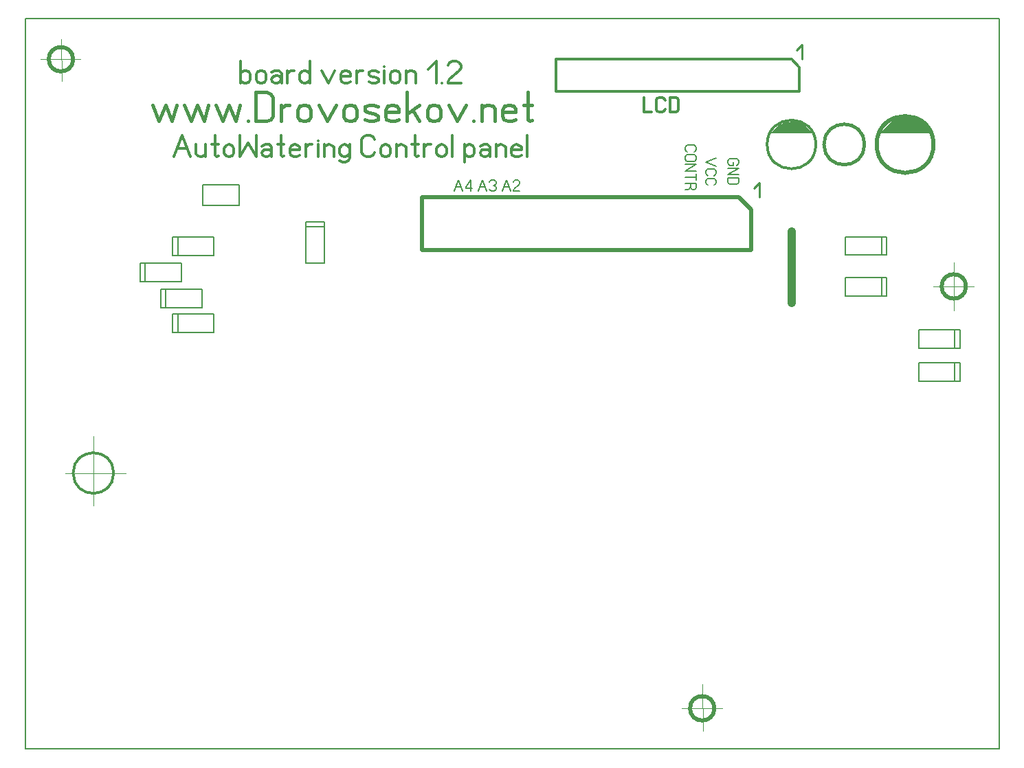
<source format=gto>
%FSLAX32Y32*%
%MOMM*%
%LNBESTUECKUNG1*%
G71*
G01*
%ADD10C, 0.20*%
%ADD11C, 0.52*%
%ADD12C, 0.38*%
%ADD13C, 0.50*%
%ADD14C, 0.54*%
%ADD15C, 0.22*%
%ADD16C, 0.11*%
%ADD17C, 0.40*%
%ADD18C, 0.21*%
%ADD19C, 0.17*%
%ADD20C, 0.15*%
%ADD21C, 0.36*%
%ADD22C, 1.00*%
%ADD23C, 0.00*%
%ADD24C, 0.33*%
%ADD25C, 0.44*%
%ADD26C, 0.32*%
%LPD*%
G54D10*
X0Y0D02*
X12000Y0D01*
X12000Y9000D01*
X0Y9000D01*
X0Y0D01*
G54D11*
G75*
G01X290Y8500D02*
G03X290Y8500I150J0D01*
G01*
G54D12*
G75*
G01X590Y3400D02*
G03X590Y3400I250J0D01*
G01*
G54D13*
G75*
G01X11290Y5700D02*
G03X11290Y5700I150J0D01*
G01*
G54D14*
G75*
G01X8190Y500D02*
G03X8190Y500I150J0D01*
G01*
G54D15*
X9505Y8612D02*
X9572Y8679D01*
X9572Y8501D01*
G54D13*
G75*
G01X10490Y7450D02*
G03X10490Y7450I350J0D01*
G01*
G54D12*
G75*
G01X9140Y7450D02*
G03X9140Y7450I300J0D01*
G01*
G54D16*
X11690Y5700D02*
X11190Y5700D01*
G54D16*
X11440Y6000D02*
X11440Y5400D01*
G54D16*
X8590Y500D02*
X8090Y500D01*
G54D16*
X8340Y800D02*
X8348Y224D01*
G54D16*
X490Y3400D02*
X1240Y3400D01*
G54D16*
X840Y3850D02*
X840Y3000D01*
G54D16*
X440Y8750D02*
X448Y8232D01*
G54D16*
X684Y8500D02*
X193Y8500D01*
G54D13*
X8940Y6150D02*
X4890Y6150D01*
X4890Y6800D01*
X8790Y6800D01*
X8940Y6650D01*
X8940Y6150D01*
G54D17*
G75*
G01X9840Y7450D02*
G03X9840Y7450I250J0D01*
G01*
G54D18*
X2640Y6950D02*
X2640Y6700D01*
X2190Y6700D01*
X2190Y6950D01*
X2640Y6950D01*
G54D19*
X5290Y6876D02*
X5340Y7009D01*
X5390Y6876D01*
G54D19*
X5310Y6926D02*
X5370Y6926D01*
G54D19*
X5487Y6876D02*
X5487Y7009D01*
X5427Y6926D01*
X5427Y6909D01*
X5507Y6909D01*
G54D19*
X5583Y6876D02*
X5633Y7009D01*
X5683Y6876D01*
G54D19*
X5603Y6926D02*
X5663Y6926D01*
G54D19*
X5720Y6984D02*
X5730Y7001D01*
X5750Y7009D01*
X5770Y7009D01*
X5790Y7001D01*
X5800Y6984D01*
X5800Y6967D01*
X5790Y6951D01*
X5770Y6942D01*
X5790Y6934D01*
X5800Y6917D01*
X5800Y6901D01*
X5790Y6884D01*
X5770Y6876D01*
X5750Y6876D01*
X5730Y6884D01*
X5720Y6901D01*
G54D19*
X5876Y6876D02*
X5926Y7009D01*
X5976Y6876D01*
G54D19*
X5896Y6926D02*
X5956Y6926D01*
G54D19*
X6093Y6876D02*
X6013Y6876D01*
X6013Y6884D01*
X6023Y6901D01*
X6083Y6951D01*
X6093Y6967D01*
X6093Y6984D01*
X6083Y7001D01*
X6063Y7009D01*
X6043Y7009D01*
X6023Y7001D01*
X6013Y6984D01*
G54D20*
X11006Y4763D02*
X11006Y4535D01*
X11514Y4535D01*
X11514Y4763D01*
X11006Y4763D01*
G54D20*
X11451Y4535D02*
X11451Y4763D01*
G54D20*
X10106Y5813D02*
X10106Y5585D01*
X10614Y5585D01*
X10614Y5813D01*
X10106Y5813D01*
G54D20*
X10551Y5585D02*
X10551Y5813D01*
G54D20*
X10106Y6313D02*
X10106Y6085D01*
X10614Y6085D01*
X10614Y6313D01*
X10106Y6313D01*
G54D20*
X10551Y6085D02*
X10551Y6313D01*
G54D20*
X11006Y5163D02*
X11006Y4935D01*
X11514Y4935D01*
X11514Y5163D01*
X11006Y5163D01*
G54D20*
X11451Y4935D02*
X11451Y5163D01*
G54D20*
X2325Y6084D02*
X2325Y6312D01*
X1817Y6312D01*
X1817Y6084D01*
X2325Y6084D01*
G54D20*
X1880Y6312D02*
X1880Y6084D01*
G54D20*
X2175Y5434D02*
X2175Y5662D01*
X1667Y5662D01*
X1667Y5434D01*
X2175Y5434D01*
G54D20*
X1730Y5662D02*
X1730Y5434D01*
G54D20*
X2325Y5134D02*
X2325Y5362D01*
X1817Y5362D01*
X1817Y5134D01*
X2325Y5134D01*
G54D20*
X1880Y5362D02*
X1880Y5134D01*
G54D20*
X1925Y5759D02*
X1925Y5987D01*
X1417Y5987D01*
X1417Y5759D01*
X1925Y5759D01*
G54D20*
X1480Y5987D02*
X1480Y5759D01*
G54D20*
X3454Y5987D02*
X3682Y5987D01*
X3682Y6495D01*
X3454Y6495D01*
X3454Y5987D01*
G54D20*
X3682Y6432D02*
X3454Y6432D01*
G54D21*
X9440Y8500D02*
X6540Y8500D01*
X6540Y8100D01*
X9540Y8100D01*
X9540Y8400D01*
X9440Y8500D01*
G54D19*
X8156Y7360D02*
X8140Y7370D01*
X8131Y7390D01*
X8131Y7410D01*
X8140Y7430D01*
X8156Y7440D01*
X8240Y7440D01*
X8256Y7430D01*
X8265Y7410D01*
X8265Y7390D01*
X8256Y7370D01*
X8240Y7360D01*
G54D19*
X8240Y7243D02*
X8156Y7243D01*
X8140Y7253D01*
X8131Y7273D01*
X8131Y7293D01*
X8140Y7313D01*
X8156Y7323D01*
X8240Y7323D01*
X8256Y7313D01*
X8265Y7293D01*
X8265Y7273D01*
X8256Y7253D01*
X8240Y7243D01*
G54D19*
X8131Y7206D02*
X8265Y7206D01*
X8131Y7126D01*
X8265Y7126D01*
G54D19*
X8131Y7049D02*
X8265Y7049D01*
G54D19*
X8265Y7089D02*
X8265Y7009D01*
G54D19*
X8198Y6932D02*
X8181Y6902D01*
X8165Y6892D01*
X8131Y6892D01*
G54D19*
X8131Y6972D02*
X8265Y6972D01*
X8265Y6922D01*
X8256Y6902D01*
X8240Y6892D01*
X8223Y6892D01*
X8206Y6902D01*
X8198Y6922D01*
X8198Y6972D01*
G54D22*
X9440Y5500D02*
X9440Y6375D01*
G36*
X11140Y7600D02*
X10540Y7600D01*
X10640Y7700D01*
X10715Y7775D01*
X10990Y7775D01*
X11040Y7725D01*
X11165Y7600D01*
X11165Y7600D01*
X11140Y7600D01*
G37*
G54D23*
X11140Y7600D02*
X10540Y7600D01*
X10640Y7700D01*
X10715Y7775D01*
X10990Y7775D01*
X11040Y7725D01*
X11165Y7600D01*
X11165Y7600D01*
X11140Y7600D01*
G36*
X9690Y7600D02*
X9190Y7600D01*
X9290Y7700D01*
X9315Y7700D01*
X9340Y7725D01*
X9415Y7725D01*
X9440Y7750D01*
X9540Y7750D01*
X9615Y7675D01*
X9690Y7600D01*
G37*
G54D23*
X9690Y7600D02*
X9190Y7600D01*
X9290Y7700D01*
X9315Y7700D01*
X9340Y7725D01*
X9415Y7725D01*
X9440Y7750D01*
X9540Y7750D01*
X9615Y7675D01*
X9690Y7600D01*
G54D15*
X8980Y6912D02*
X9047Y6979D01*
X9047Y6801D01*
G54D24*
X2652Y8206D02*
X2652Y8473D01*
G54D24*
X2652Y8313D02*
X2672Y8346D01*
X2712Y8356D01*
X2752Y8346D01*
X2772Y8313D01*
X2772Y8246D01*
X2752Y8213D01*
X2712Y8206D01*
X2672Y8213D01*
X2652Y8246D01*
G54D24*
X2965Y8246D02*
X2965Y8313D01*
X2945Y8346D01*
X2905Y8356D01*
X2865Y8346D01*
X2845Y8313D01*
X2845Y8246D01*
X2865Y8213D01*
X2905Y8206D01*
X2945Y8213D01*
X2965Y8246D01*
G54D24*
X3038Y8339D02*
X3078Y8356D01*
X3126Y8356D01*
X3158Y8323D01*
X3158Y8206D01*
G54D24*
X3158Y8256D02*
X3138Y8289D01*
X3098Y8296D01*
X3058Y8289D01*
X3038Y8256D01*
X3046Y8223D01*
X3078Y8206D01*
X3098Y8206D01*
X3106Y8206D01*
X3138Y8223D01*
X3158Y8256D01*
G54D24*
X3231Y8206D02*
X3231Y8356D01*
G54D24*
X3231Y8323D02*
X3271Y8356D01*
X3311Y8356D01*
G54D24*
X3504Y8206D02*
X3504Y8473D01*
G54D24*
X3504Y8313D02*
X3484Y8346D01*
X3444Y8356D01*
X3404Y8346D01*
X3384Y8313D01*
X3384Y8246D01*
X3404Y8213D01*
X3444Y8206D01*
X3484Y8213D01*
X3504Y8246D01*
G54D24*
X3654Y8356D02*
X3734Y8206D01*
X3814Y8356D01*
G54D24*
X4007Y8223D02*
X3975Y8206D01*
X3935Y8206D01*
X3895Y8223D01*
X3887Y8256D01*
X3887Y8313D01*
X3907Y8346D01*
X3947Y8356D01*
X3987Y8346D01*
X4007Y8323D01*
X4007Y8289D01*
X3887Y8289D01*
G54D24*
X4080Y8206D02*
X4080Y8356D01*
G54D24*
X4080Y8323D02*
X4120Y8356D01*
X4160Y8356D01*
G54D24*
X4233Y8223D02*
X4273Y8206D01*
X4313Y8206D01*
X4353Y8223D01*
X4353Y8256D01*
X4333Y8273D01*
X4253Y8289D01*
X4233Y8306D01*
X4233Y8339D01*
X4273Y8356D01*
X4313Y8356D01*
X4353Y8339D01*
G54D24*
X4426Y8206D02*
X4426Y8356D01*
G54D24*
X4426Y8406D02*
X4426Y8406D01*
G54D24*
X4619Y8246D02*
X4619Y8313D01*
X4599Y8346D01*
X4559Y8356D01*
X4519Y8346D01*
X4499Y8313D01*
X4499Y8246D01*
X4519Y8213D01*
X4559Y8206D01*
X4599Y8213D01*
X4619Y8246D01*
G54D24*
X4692Y8206D02*
X4692Y8356D01*
G54D24*
X4692Y8323D02*
X4712Y8346D01*
X4752Y8356D01*
X4792Y8346D01*
X4812Y8323D01*
X4812Y8206D01*
G54D24*
X4962Y8373D02*
X5062Y8473D01*
X5062Y8206D01*
G54D24*
X5135Y8206D02*
X5135Y8206D01*
G54D24*
X5368Y8206D02*
X5208Y8206D01*
X5208Y8223D01*
X5228Y8256D01*
X5348Y8356D01*
X5368Y8389D01*
X5368Y8423D01*
X5348Y8456D01*
X5308Y8473D01*
X5268Y8473D01*
X5228Y8456D01*
X5208Y8423D01*
G54D25*
X1568Y7936D02*
X1648Y7736D01*
X1728Y7936D01*
X1808Y7736D01*
X1862Y7936D01*
G54D25*
X1960Y7936D02*
X2040Y7736D01*
X2120Y7936D01*
X2200Y7736D01*
X2253Y7936D01*
G54D25*
X2350Y7936D02*
X2430Y7736D01*
X2510Y7936D01*
X2590Y7736D01*
X2644Y7936D01*
G54D25*
X2742Y7736D02*
X2742Y7736D01*
G54D25*
X2840Y7736D02*
X2840Y8092D01*
X2973Y8092D01*
X3026Y8070D01*
X3053Y8025D01*
X3053Y7803D01*
X3026Y7759D01*
X2973Y7736D01*
X2840Y7736D01*
G54D25*
X3150Y7736D02*
X3150Y7936D01*
G54D25*
X3150Y7892D02*
X3204Y7936D01*
X3257Y7936D01*
G54D25*
X3516Y7790D02*
X3516Y7879D01*
X3489Y7923D01*
X3436Y7936D01*
X3382Y7923D01*
X3356Y7879D01*
X3356Y7790D01*
X3382Y7745D01*
X3436Y7736D01*
X3489Y7745D01*
X3516Y7790D01*
G54D25*
X3614Y7936D02*
X3720Y7736D01*
X3827Y7936D01*
G54D25*
X4084Y7790D02*
X4084Y7879D01*
X4058Y7923D01*
X4004Y7936D01*
X3951Y7923D01*
X3924Y7879D01*
X3924Y7790D01*
X3951Y7745D01*
X4004Y7736D01*
X4058Y7745D01*
X4084Y7790D01*
G54D25*
X4182Y7759D02*
X4236Y7736D01*
X4289Y7736D01*
X4342Y7759D01*
X4342Y7803D01*
X4316Y7825D01*
X4209Y7848D01*
X4182Y7870D01*
X4182Y7914D01*
X4236Y7936D01*
X4289Y7936D01*
X4342Y7914D01*
G54D25*
X4600Y7759D02*
X4558Y7736D01*
X4504Y7736D01*
X4451Y7759D01*
X4440Y7803D01*
X4440Y7879D01*
X4467Y7923D01*
X4520Y7936D01*
X4574Y7923D01*
X4600Y7892D01*
X4600Y7848D01*
X4440Y7848D01*
G54D25*
X4698Y7736D02*
X4698Y8092D01*
G54D25*
X4778Y7870D02*
X4858Y7736D01*
G54D25*
X4698Y7825D02*
X4858Y7936D01*
G54D25*
X5116Y7790D02*
X5116Y7879D01*
X5090Y7923D01*
X5036Y7936D01*
X4983Y7923D01*
X4956Y7879D01*
X4956Y7790D01*
X4983Y7745D01*
X5036Y7736D01*
X5090Y7745D01*
X5116Y7790D01*
G54D25*
X5214Y7936D02*
X5321Y7736D01*
X5428Y7936D01*
G54D25*
X5526Y7736D02*
X5526Y7736D01*
G54D25*
X5624Y7736D02*
X5624Y7936D01*
G54D25*
X5624Y7892D02*
X5650Y7923D01*
X5704Y7936D01*
X5757Y7923D01*
X5784Y7892D01*
X5784Y7736D01*
G54D25*
X6042Y7759D02*
X5999Y7736D01*
X5946Y7736D01*
X5892Y7759D01*
X5882Y7803D01*
X5882Y7879D01*
X5908Y7923D01*
X5962Y7936D01*
X6015Y7923D01*
X6042Y7892D01*
X6042Y7848D01*
X5882Y7848D01*
G54D25*
X6193Y8092D02*
X6193Y7759D01*
X6220Y7736D01*
X6246Y7745D01*
G54D25*
X6140Y7936D02*
X6246Y7936D01*
G54D26*
X7619Y8029D02*
X7619Y7851D01*
X7712Y7851D01*
G54D26*
X7881Y7884D02*
X7867Y7862D01*
X7841Y7851D01*
X7814Y7851D01*
X7787Y7862D01*
X7774Y7884D01*
X7774Y7995D01*
X7787Y8018D01*
X7814Y8029D01*
X7841Y8029D01*
X7867Y8018D01*
X7881Y7995D01*
G54D26*
X7943Y7851D02*
X7943Y8029D01*
X8010Y8029D01*
X8036Y8018D01*
X8050Y7995D01*
X8050Y7884D01*
X8036Y7862D01*
X8010Y7851D01*
X7943Y7851D01*
G54D24*
X1832Y7298D02*
X1932Y7565D01*
X2032Y7298D01*
G54D24*
X1872Y7398D02*
X1992Y7398D01*
G54D24*
X2225Y7448D02*
X2225Y7298D01*
G54D24*
X2225Y7331D02*
X2205Y7305D01*
X2165Y7298D01*
X2125Y7305D01*
X2105Y7331D01*
X2105Y7448D01*
G54D24*
X2338Y7565D02*
X2338Y7315D01*
X2358Y7298D01*
X2378Y7305D01*
G54D24*
X2298Y7448D02*
X2378Y7448D01*
G54D24*
X2571Y7338D02*
X2571Y7405D01*
X2551Y7438D01*
X2511Y7448D01*
X2471Y7438D01*
X2451Y7405D01*
X2451Y7338D01*
X2471Y7305D01*
X2511Y7298D01*
X2551Y7305D01*
X2571Y7338D01*
G54D24*
X2644Y7565D02*
X2644Y7298D01*
X2744Y7465D01*
X2844Y7298D01*
X2844Y7565D01*
G54D24*
X2917Y7431D02*
X2957Y7448D01*
X3005Y7448D01*
X3037Y7415D01*
X3037Y7298D01*
G54D24*
X3037Y7348D02*
X3017Y7381D01*
X2977Y7388D01*
X2937Y7381D01*
X2917Y7348D01*
X2925Y7315D01*
X2957Y7298D01*
X2977Y7298D01*
X2985Y7298D01*
X3017Y7315D01*
X3037Y7348D01*
G54D24*
X3150Y7565D02*
X3150Y7315D01*
X3170Y7298D01*
X3190Y7305D01*
G54D24*
X3110Y7448D02*
X3190Y7448D01*
G54D24*
X3383Y7315D02*
X3351Y7298D01*
X3311Y7298D01*
X3271Y7315D01*
X3263Y7348D01*
X3263Y7405D01*
X3283Y7438D01*
X3323Y7448D01*
X3363Y7438D01*
X3383Y7415D01*
X3383Y7381D01*
X3263Y7381D01*
G54D24*
X3456Y7298D02*
X3456Y7448D01*
G54D24*
X3456Y7415D02*
X3496Y7448D01*
X3536Y7448D01*
G54D24*
X3609Y7298D02*
X3609Y7448D01*
G54D24*
X3609Y7498D02*
X3609Y7498D01*
G54D24*
X3682Y7298D02*
X3682Y7448D01*
G54D24*
X3682Y7415D02*
X3702Y7438D01*
X3742Y7448D01*
X3782Y7438D01*
X3802Y7415D01*
X3802Y7298D01*
G54D24*
X3875Y7248D02*
X3915Y7231D01*
X3943Y7231D01*
X3983Y7248D01*
X3995Y7281D01*
X3995Y7448D01*
G54D24*
X3995Y7405D02*
X3975Y7438D01*
X3935Y7448D01*
X3895Y7438D01*
X3875Y7405D01*
X3875Y7338D01*
X3895Y7305D01*
X3935Y7298D01*
X3975Y7305D01*
X3995Y7338D01*
G54D24*
X4305Y7348D02*
X4285Y7315D01*
X4245Y7298D01*
X4205Y7298D01*
X4165Y7315D01*
X4145Y7348D01*
X4145Y7515D01*
X4165Y7548D01*
X4205Y7565D01*
X4245Y7565D01*
X4285Y7548D01*
X4305Y7515D01*
G54D24*
X4498Y7338D02*
X4498Y7405D01*
X4478Y7438D01*
X4438Y7448D01*
X4398Y7438D01*
X4378Y7405D01*
X4378Y7338D01*
X4398Y7305D01*
X4438Y7298D01*
X4478Y7305D01*
X4498Y7338D01*
G54D24*
X4571Y7298D02*
X4571Y7448D01*
G54D24*
X4571Y7415D02*
X4591Y7438D01*
X4631Y7448D01*
X4671Y7438D01*
X4691Y7415D01*
X4691Y7298D01*
G54D24*
X4804Y7565D02*
X4804Y7315D01*
X4824Y7298D01*
X4844Y7305D01*
G54D24*
X4764Y7448D02*
X4844Y7448D01*
G54D24*
X4917Y7298D02*
X4917Y7448D01*
G54D24*
X4917Y7415D02*
X4957Y7448D01*
X4997Y7448D01*
G54D24*
X5190Y7338D02*
X5190Y7405D01*
X5170Y7438D01*
X5130Y7448D01*
X5090Y7438D01*
X5070Y7405D01*
X5070Y7338D01*
X5090Y7305D01*
X5130Y7298D01*
X5170Y7305D01*
X5190Y7338D01*
G54D24*
X5263Y7298D02*
X5263Y7565D01*
G54D24*
X5413Y7448D02*
X5413Y7231D01*
G54D24*
X5413Y7348D02*
X5433Y7305D01*
X5473Y7298D01*
X5513Y7305D01*
X5533Y7338D01*
X5533Y7405D01*
X5513Y7438D01*
X5473Y7448D01*
X5433Y7438D01*
X5413Y7398D01*
G54D24*
X5606Y7431D02*
X5646Y7448D01*
X5694Y7448D01*
X5726Y7415D01*
X5726Y7298D01*
G54D24*
X5726Y7348D02*
X5706Y7381D01*
X5666Y7388D01*
X5626Y7381D01*
X5606Y7348D01*
X5614Y7315D01*
X5646Y7298D01*
X5666Y7298D01*
X5674Y7298D01*
X5706Y7315D01*
X5726Y7348D01*
G54D24*
X5799Y7298D02*
X5799Y7448D01*
G54D24*
X5799Y7415D02*
X5819Y7438D01*
X5859Y7448D01*
X5899Y7438D01*
X5919Y7415D01*
X5919Y7298D01*
G54D24*
X6112Y7315D02*
X6080Y7298D01*
X6040Y7298D01*
X6000Y7315D01*
X5992Y7348D01*
X5992Y7405D01*
X6012Y7438D01*
X6052Y7448D01*
X6092Y7438D01*
X6112Y7415D01*
X6112Y7381D01*
X5992Y7381D01*
G54D24*
X6185Y7298D02*
X6185Y7565D01*
G54D19*
X8515Y7283D02*
X8381Y7233D01*
X8515Y7183D01*
G54D19*
X8406Y7066D02*
X8390Y7076D01*
X8381Y7096D01*
X8381Y7116D01*
X8390Y7136D01*
X8406Y7146D01*
X8490Y7146D01*
X8506Y7136D01*
X8515Y7116D01*
X8515Y7096D01*
X8506Y7076D01*
X8490Y7066D01*
G54D19*
X8406Y6949D02*
X8390Y6959D01*
X8381Y6979D01*
X8381Y6999D01*
X8390Y7019D01*
X8406Y7029D01*
X8490Y7029D01*
X8506Y7019D01*
X8515Y6999D01*
X8515Y6979D01*
X8506Y6959D01*
X8490Y6949D01*
G54D19*
X8723Y7233D02*
X8723Y7193D01*
X8681Y7193D01*
X8665Y7203D01*
X8656Y7223D01*
X8656Y7243D01*
X8665Y7263D01*
X8681Y7273D01*
X8765Y7273D01*
X8781Y7263D01*
X8790Y7243D01*
X8790Y7223D01*
X8781Y7203D01*
X8765Y7193D01*
G54D19*
X8656Y7156D02*
X8790Y7156D01*
X8656Y7076D01*
X8790Y7076D01*
G54D19*
X8656Y7039D02*
X8790Y7039D01*
X8790Y6989D01*
X8781Y6969D01*
X8765Y6959D01*
X8681Y6959D01*
X8665Y6969D01*
X8656Y6989D01*
X8656Y7039D01*
M02*

</source>
